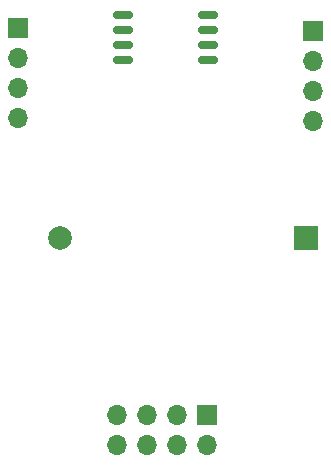
<source format=gbr>
%TF.GenerationSoftware,KiCad,Pcbnew,9.0.0*%
%TF.CreationDate,2025-03-23T12:51:39+01:00*%
%TF.ProjectId,ppicoV1,70706963-6f56-4312-9e6b-696361645f70,rev?*%
%TF.SameCoordinates,Original*%
%TF.FileFunction,Soldermask,Bot*%
%TF.FilePolarity,Negative*%
%FSLAX46Y46*%
G04 Gerber Fmt 4.6, Leading zero omitted, Abs format (unit mm)*
G04 Created by KiCad (PCBNEW 9.0.0) date 2025-03-23 12:51:39*
%MOMM*%
%LPD*%
G01*
G04 APERTURE LIST*
G04 Aperture macros list*
%AMRoundRect*
0 Rectangle with rounded corners*
0 $1 Rounding radius*
0 $2 $3 $4 $5 $6 $7 $8 $9 X,Y pos of 4 corners*
0 Add a 4 corners polygon primitive as box body*
4,1,4,$2,$3,$4,$5,$6,$7,$8,$9,$2,$3,0*
0 Add four circle primitives for the rounded corners*
1,1,$1+$1,$2,$3*
1,1,$1+$1,$4,$5*
1,1,$1+$1,$6,$7*
1,1,$1+$1,$8,$9*
0 Add four rect primitives between the rounded corners*
20,1,$1+$1,$2,$3,$4,$5,0*
20,1,$1+$1,$4,$5,$6,$7,0*
20,1,$1+$1,$6,$7,$8,$9,0*
20,1,$1+$1,$8,$9,$2,$3,0*%
G04 Aperture macros list end*
%ADD10R,1.700000X1.700000*%
%ADD11O,1.700000X1.700000*%
%ADD12RoundRect,0.162500X0.650000X0.162500X-0.650000X0.162500X-0.650000X-0.162500X0.650000X-0.162500X0*%
%ADD13R,2.000000X2.000000*%
%ADD14C,2.000000*%
G04 APERTURE END LIST*
D10*
%TO.C,J3*%
X117500000Y-59700000D03*
D11*
X117500000Y-62240000D03*
X117500000Y-64780000D03*
X117500000Y-67320000D03*
%TD*%
D10*
%TO.C,J2*%
X142500000Y-59920000D03*
D11*
X142500000Y-62460000D03*
X142500000Y-65000000D03*
X142500000Y-67540000D03*
%TD*%
D10*
%TO.C,J1*%
X133540000Y-92460000D03*
D11*
X133540000Y-95000000D03*
X131000000Y-92460000D03*
X131000000Y-95000000D03*
X128460000Y-92460000D03*
X128460000Y-95000000D03*
X125920000Y-92460000D03*
X125920000Y-95000000D03*
%TD*%
D12*
%TO.C,U1*%
X133587500Y-58595000D03*
X133587500Y-59865000D03*
X133587500Y-61135000D03*
X133587500Y-62405000D03*
X126412500Y-62405000D03*
X126412500Y-61135000D03*
X126412500Y-59865000D03*
X126412500Y-58595000D03*
%TD*%
D13*
%TO.C,BT1*%
X141857455Y-77500000D03*
D14*
X121057455Y-77500000D03*
%TD*%
M02*

</source>
